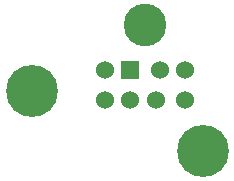
<source format=gbs>
%TF.GenerationSoftware,KiCad,Pcbnew,5.1.12-84ad8e8a86~92~ubuntu20.04.1*%
%TF.CreationDate,2022-03-01T23:05:29-06:00*%
%TF.ProjectId,portboard_dt,706f7274-626f-4617-9264-5f64742e6b69,rev?*%
%TF.SameCoordinates,Original*%
%TF.FileFunction,Soldermask,Bot*%
%TF.FilePolarity,Negative*%
%FSLAX46Y46*%
G04 Gerber Fmt 4.6, Leading zero omitted, Abs format (unit mm)*
G04 Created by KiCad (PCBNEW 5.1.12-84ad8e8a86~92~ubuntu20.04.1) date 2022-03-01 23:05:29*
%MOMM*%
%LPD*%
G01*
G04 APERTURE LIST*
%ADD10C,1.524000*%
%ADD11C,3.601600*%
%ADD12C,4.400000*%
G04 APERTURE END LIST*
D10*
%TO.C,J2*%
X152400028Y-78899909D03*
X150200028Y-78899909D03*
X148100028Y-78899909D03*
X154900028Y-78899909D03*
X154900028Y-76399909D03*
X148100028Y-76399909D03*
G36*
G01*
X149438028Y-77111109D02*
X149438028Y-75688709D01*
G75*
G02*
X149488828Y-75637909I50800J0D01*
G01*
X150911228Y-75637909D01*
G75*
G02*
X150962028Y-75688709I0J-50800D01*
G01*
X150962028Y-77111109D01*
G75*
G02*
X150911228Y-77161909I-50800J0D01*
G01*
X149488828Y-77161909D01*
G75*
G02*
X149438028Y-77111109I0J50800D01*
G01*
G37*
X152800028Y-76399909D03*
D11*
X151500028Y-72599909D03*
%TD*%
D12*
%TO.C,H2*%
X156391806Y-83233363D03*
%TD*%
%TO.C,H1*%
X141891969Y-78203401D03*
%TD*%
M02*

</source>
